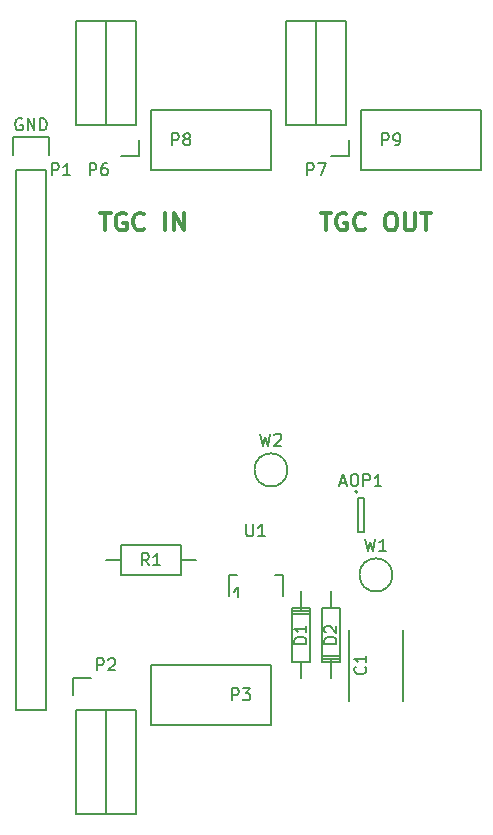
<source format=gto>
G04 #@! TF.FileFunction,Legend,Top*
%FSLAX46Y46*%
G04 Gerber Fmt 4.6, Leading zero omitted, Abs format (unit mm)*
G04 Created by KiCad (PCBNEW 4.0.4+e1-6308~48~ubuntu16.04.1-stable) date Fri Nov  4 19:53:40 2016*
%MOMM*%
%LPD*%
G01*
G04 APERTURE LIST*
%ADD10C,0.100000*%
%ADD11C,0.300000*%
%ADD12C,0.150000*%
G04 APERTURE END LIST*
D10*
D11*
X98227143Y-83633571D02*
X99084286Y-83633571D01*
X98655715Y-85133571D02*
X98655715Y-83633571D01*
X100370000Y-83705000D02*
X100227143Y-83633571D01*
X100012857Y-83633571D01*
X99798572Y-83705000D01*
X99655714Y-83847857D01*
X99584286Y-83990714D01*
X99512857Y-84276429D01*
X99512857Y-84490714D01*
X99584286Y-84776429D01*
X99655714Y-84919286D01*
X99798572Y-85062143D01*
X100012857Y-85133571D01*
X100155714Y-85133571D01*
X100370000Y-85062143D01*
X100441429Y-84990714D01*
X100441429Y-84490714D01*
X100155714Y-84490714D01*
X101941429Y-84990714D02*
X101870000Y-85062143D01*
X101655714Y-85133571D01*
X101512857Y-85133571D01*
X101298572Y-85062143D01*
X101155714Y-84919286D01*
X101084286Y-84776429D01*
X101012857Y-84490714D01*
X101012857Y-84276429D01*
X101084286Y-83990714D01*
X101155714Y-83847857D01*
X101298572Y-83705000D01*
X101512857Y-83633571D01*
X101655714Y-83633571D01*
X101870000Y-83705000D01*
X101941429Y-83776429D01*
X104012857Y-83633571D02*
X104298571Y-83633571D01*
X104441429Y-83705000D01*
X104584286Y-83847857D01*
X104655714Y-84133571D01*
X104655714Y-84633571D01*
X104584286Y-84919286D01*
X104441429Y-85062143D01*
X104298571Y-85133571D01*
X104012857Y-85133571D01*
X103870000Y-85062143D01*
X103727143Y-84919286D01*
X103655714Y-84633571D01*
X103655714Y-84133571D01*
X103727143Y-83847857D01*
X103870000Y-83705000D01*
X104012857Y-83633571D01*
X105298572Y-83633571D02*
X105298572Y-84847857D01*
X105370000Y-84990714D01*
X105441429Y-85062143D01*
X105584286Y-85133571D01*
X105870000Y-85133571D01*
X106012858Y-85062143D01*
X106084286Y-84990714D01*
X106155715Y-84847857D01*
X106155715Y-83633571D01*
X106655715Y-83633571D02*
X107512858Y-83633571D01*
X107084287Y-85133571D02*
X107084287Y-83633571D01*
X79542143Y-83633571D02*
X80399286Y-83633571D01*
X79970715Y-85133571D02*
X79970715Y-83633571D01*
X81685000Y-83705000D02*
X81542143Y-83633571D01*
X81327857Y-83633571D01*
X81113572Y-83705000D01*
X80970714Y-83847857D01*
X80899286Y-83990714D01*
X80827857Y-84276429D01*
X80827857Y-84490714D01*
X80899286Y-84776429D01*
X80970714Y-84919286D01*
X81113572Y-85062143D01*
X81327857Y-85133571D01*
X81470714Y-85133571D01*
X81685000Y-85062143D01*
X81756429Y-84990714D01*
X81756429Y-84490714D01*
X81470714Y-84490714D01*
X83256429Y-84990714D02*
X83185000Y-85062143D01*
X82970714Y-85133571D01*
X82827857Y-85133571D01*
X82613572Y-85062143D01*
X82470714Y-84919286D01*
X82399286Y-84776429D01*
X82327857Y-84490714D01*
X82327857Y-84276429D01*
X82399286Y-83990714D01*
X82470714Y-83847857D01*
X82613572Y-83705000D01*
X82827857Y-83633571D01*
X82970714Y-83633571D01*
X83185000Y-83705000D01*
X83256429Y-83776429D01*
X85042143Y-85133571D02*
X85042143Y-83633571D01*
X85756429Y-85133571D02*
X85756429Y-83633571D01*
X86613572Y-85133571D01*
X86613572Y-83633571D01*
D12*
X101300000Y-107270000D02*
G75*
G03X101300000Y-107270000I-100000J0D01*
G01*
X101850000Y-107770000D02*
X101350000Y-107770000D01*
X101850000Y-110670000D02*
X101850000Y-107770000D01*
X101350000Y-110670000D02*
X101850000Y-110670000D01*
X101350000Y-107770000D02*
X101350000Y-110670000D01*
X100620000Y-124960000D02*
X100620000Y-118960000D01*
X105120000Y-118960000D02*
X105120000Y-124960000D01*
X82550000Y-134560000D02*
X82550000Y-125730000D01*
X80010000Y-134560000D02*
X82550000Y-134560000D01*
X80010000Y-125730000D02*
X80010000Y-134560000D01*
X80010000Y-125730000D02*
X82550000Y-125730000D01*
X77470000Y-125730000D02*
X80010000Y-125730000D01*
X78740000Y-123060000D02*
X77190000Y-123060000D01*
X77190000Y-123060000D02*
X77190000Y-124460000D01*
X77470000Y-125730000D02*
X77470000Y-134560000D01*
X77470000Y-134560000D02*
X80010000Y-134560000D01*
X80010000Y-134560000D02*
X80010000Y-125730000D01*
X77470000Y-67370000D02*
X77470000Y-76200000D01*
X80010000Y-67370000D02*
X77470000Y-67370000D01*
X80010000Y-76200000D02*
X80010000Y-67370000D01*
X80010000Y-76200000D02*
X77470000Y-76200000D01*
X82550000Y-76200000D02*
X80010000Y-76200000D01*
X81280000Y-78870000D02*
X82830000Y-78870000D01*
X82830000Y-78870000D02*
X82830000Y-77470000D01*
X82550000Y-76200000D02*
X82550000Y-67370000D01*
X82550000Y-67370000D02*
X80010000Y-67370000D01*
X80010000Y-67370000D02*
X80010000Y-76200000D01*
X95250000Y-67370000D02*
X95250000Y-76200000D01*
X97790000Y-67370000D02*
X95250000Y-67370000D01*
X97790000Y-76200000D02*
X97790000Y-67370000D01*
X97790000Y-76200000D02*
X95250000Y-76200000D01*
X100330000Y-76200000D02*
X97790000Y-76200000D01*
X99060000Y-78870000D02*
X100610000Y-78870000D01*
X100610000Y-78870000D02*
X100610000Y-77470000D01*
X100330000Y-76200000D02*
X100330000Y-67370000D01*
X100330000Y-67370000D02*
X97790000Y-67370000D01*
X97790000Y-67370000D02*
X97790000Y-76200000D01*
X90810080Y-115770660D02*
X91059000Y-115470940D01*
X91059000Y-115470940D02*
X91160600Y-115321080D01*
X91160600Y-115321080D02*
X91160600Y-116169440D01*
X90459560Y-114269520D02*
X90459560Y-116070380D01*
X90459560Y-114269520D02*
X91109800Y-114269520D01*
X94960440Y-114269520D02*
X94960440Y-116070380D01*
X94960440Y-114269520D02*
X94310200Y-114269520D01*
X104270000Y-114300000D02*
G75*
G03X104270000Y-114300000I-1400000J0D01*
G01*
X95380000Y-105410000D02*
G75*
G03X95380000Y-105410000I-1400000J0D01*
G01*
X111760000Y-80010000D02*
X101600000Y-80010000D01*
X101600000Y-80010000D02*
X101600000Y-74930000D01*
X101600000Y-74930000D02*
X111760000Y-74930000D01*
X111760000Y-74930000D02*
X111760000Y-80010000D01*
X93980000Y-80010000D02*
X83820000Y-80010000D01*
X83820000Y-80010000D02*
X83820000Y-74930000D01*
X83820000Y-74930000D02*
X93980000Y-74930000D01*
X93980000Y-74930000D02*
X93980000Y-80010000D01*
X83820000Y-121920000D02*
X93980000Y-121920000D01*
X93980000Y-121920000D02*
X93980000Y-127000000D01*
X93980000Y-127000000D02*
X83820000Y-127000000D01*
X83820000Y-127000000D02*
X83820000Y-121920000D01*
X72390000Y-80010000D02*
X72390000Y-125730000D01*
X72390000Y-125730000D02*
X74930000Y-125730000D01*
X74930000Y-125730000D02*
X74930000Y-80010000D01*
X72110000Y-77190000D02*
X72110000Y-78740000D01*
X72390000Y-80010000D02*
X74930000Y-80010000D01*
X75210000Y-78740000D02*
X75210000Y-77190000D01*
X75210000Y-77190000D02*
X72110000Y-77190000D01*
X81280000Y-111760000D02*
X86360000Y-111760000D01*
X86360000Y-111760000D02*
X86360000Y-114300000D01*
X86360000Y-114300000D02*
X81280000Y-114300000D01*
X81280000Y-114300000D02*
X81280000Y-111760000D01*
X81280000Y-113030000D02*
X80010000Y-113030000D01*
X86360000Y-113030000D02*
X87630000Y-113030000D01*
X99057460Y-117093480D02*
X99057460Y-115696480D01*
X99057460Y-121538480D02*
X99057460Y-123062480D01*
X98295460Y-121157480D02*
X99819460Y-121157480D01*
X98295460Y-121411480D02*
X99819460Y-121411480D01*
X99057460Y-121665480D02*
X99819460Y-121665480D01*
X99819460Y-121665480D02*
X99819460Y-117093480D01*
X99819460Y-117093480D02*
X98295460Y-117093480D01*
X98295460Y-117093480D02*
X98295460Y-121665480D01*
X98295460Y-121665480D02*
X99057460Y-121665480D01*
X96522540Y-121666520D02*
X96522540Y-123063520D01*
X96522540Y-117221520D02*
X96522540Y-115697520D01*
X97284540Y-117602520D02*
X95760540Y-117602520D01*
X97284540Y-117348520D02*
X95760540Y-117348520D01*
X96522540Y-117094520D02*
X95760540Y-117094520D01*
X95760540Y-117094520D02*
X95760540Y-121666520D01*
X95760540Y-121666520D02*
X97284540Y-121666520D01*
X97284540Y-121666520D02*
X97284540Y-117094520D01*
X97284540Y-117094520D02*
X96522540Y-117094520D01*
X99861905Y-106486667D02*
X100338096Y-106486667D01*
X99766667Y-106772381D02*
X100100000Y-105772381D01*
X100433334Y-106772381D01*
X100957143Y-105772381D02*
X101147620Y-105772381D01*
X101242858Y-105820000D01*
X101338096Y-105915238D01*
X101385715Y-106105714D01*
X101385715Y-106439048D01*
X101338096Y-106629524D01*
X101242858Y-106724762D01*
X101147620Y-106772381D01*
X100957143Y-106772381D01*
X100861905Y-106724762D01*
X100766667Y-106629524D01*
X100719048Y-106439048D01*
X100719048Y-106105714D01*
X100766667Y-105915238D01*
X100861905Y-105820000D01*
X100957143Y-105772381D01*
X101814286Y-106772381D02*
X101814286Y-105772381D01*
X102195239Y-105772381D01*
X102290477Y-105820000D01*
X102338096Y-105867619D01*
X102385715Y-105962857D01*
X102385715Y-106105714D01*
X102338096Y-106200952D01*
X102290477Y-106248571D01*
X102195239Y-106296190D01*
X101814286Y-106296190D01*
X103338096Y-106772381D02*
X102766667Y-106772381D01*
X103052381Y-106772381D02*
X103052381Y-105772381D01*
X102957143Y-105915238D01*
X102861905Y-106010476D01*
X102766667Y-106058095D01*
X101957143Y-122086666D02*
X102004762Y-122134285D01*
X102052381Y-122277142D01*
X102052381Y-122372380D01*
X102004762Y-122515238D01*
X101909524Y-122610476D01*
X101814286Y-122658095D01*
X101623810Y-122705714D01*
X101480952Y-122705714D01*
X101290476Y-122658095D01*
X101195238Y-122610476D01*
X101100000Y-122515238D01*
X101052381Y-122372380D01*
X101052381Y-122277142D01*
X101100000Y-122134285D01*
X101147619Y-122086666D01*
X102052381Y-121134285D02*
X102052381Y-121705714D01*
X102052381Y-121420000D02*
X101052381Y-121420000D01*
X101195238Y-121515238D01*
X101290476Y-121610476D01*
X101338095Y-121705714D01*
X79271905Y-122372381D02*
X79271905Y-121372381D01*
X79652858Y-121372381D01*
X79748096Y-121420000D01*
X79795715Y-121467619D01*
X79843334Y-121562857D01*
X79843334Y-121705714D01*
X79795715Y-121800952D01*
X79748096Y-121848571D01*
X79652858Y-121896190D01*
X79271905Y-121896190D01*
X80224286Y-121467619D02*
X80271905Y-121420000D01*
X80367143Y-121372381D01*
X80605239Y-121372381D01*
X80700477Y-121420000D01*
X80748096Y-121467619D01*
X80795715Y-121562857D01*
X80795715Y-121658095D01*
X80748096Y-121800952D01*
X80176667Y-122372381D01*
X80795715Y-122372381D01*
X78636905Y-80462381D02*
X78636905Y-79462381D01*
X79017858Y-79462381D01*
X79113096Y-79510000D01*
X79160715Y-79557619D01*
X79208334Y-79652857D01*
X79208334Y-79795714D01*
X79160715Y-79890952D01*
X79113096Y-79938571D01*
X79017858Y-79986190D01*
X78636905Y-79986190D01*
X80065477Y-79462381D02*
X79875000Y-79462381D01*
X79779762Y-79510000D01*
X79732143Y-79557619D01*
X79636905Y-79700476D01*
X79589286Y-79890952D01*
X79589286Y-80271905D01*
X79636905Y-80367143D01*
X79684524Y-80414762D01*
X79779762Y-80462381D01*
X79970239Y-80462381D01*
X80065477Y-80414762D01*
X80113096Y-80367143D01*
X80160715Y-80271905D01*
X80160715Y-80033810D01*
X80113096Y-79938571D01*
X80065477Y-79890952D01*
X79970239Y-79843333D01*
X79779762Y-79843333D01*
X79684524Y-79890952D01*
X79636905Y-79938571D01*
X79589286Y-80033810D01*
X97051905Y-80462381D02*
X97051905Y-79462381D01*
X97432858Y-79462381D01*
X97528096Y-79510000D01*
X97575715Y-79557619D01*
X97623334Y-79652857D01*
X97623334Y-79795714D01*
X97575715Y-79890952D01*
X97528096Y-79938571D01*
X97432858Y-79986190D01*
X97051905Y-79986190D01*
X97956667Y-79462381D02*
X98623334Y-79462381D01*
X98194762Y-80462381D01*
X91897295Y-110021121D02*
X91897295Y-110830645D01*
X91944914Y-110925883D01*
X91992533Y-110973502D01*
X92087771Y-111021121D01*
X92278248Y-111021121D01*
X92373486Y-110973502D01*
X92421105Y-110925883D01*
X92468724Y-110830645D01*
X92468724Y-110021121D01*
X93468724Y-111021121D02*
X92897295Y-111021121D01*
X93183009Y-111021121D02*
X93183009Y-110021121D01*
X93087771Y-110163978D01*
X92992533Y-110259216D01*
X92897295Y-110306835D01*
X101965238Y-111252381D02*
X102203333Y-112252381D01*
X102393810Y-111538095D01*
X102584286Y-112252381D01*
X102822381Y-111252381D01*
X103727143Y-112252381D02*
X103155714Y-112252381D01*
X103441428Y-112252381D02*
X103441428Y-111252381D01*
X103346190Y-111395238D01*
X103250952Y-111490476D01*
X103155714Y-111538095D01*
X93075238Y-102362381D02*
X93313333Y-103362381D01*
X93503810Y-102648095D01*
X93694286Y-103362381D01*
X93932381Y-102362381D01*
X94265714Y-102457619D02*
X94313333Y-102410000D01*
X94408571Y-102362381D01*
X94646667Y-102362381D01*
X94741905Y-102410000D01*
X94789524Y-102457619D01*
X94837143Y-102552857D01*
X94837143Y-102648095D01*
X94789524Y-102790952D01*
X94218095Y-103362381D01*
X94837143Y-103362381D01*
X103401905Y-77922381D02*
X103401905Y-76922381D01*
X103782858Y-76922381D01*
X103878096Y-76970000D01*
X103925715Y-77017619D01*
X103973334Y-77112857D01*
X103973334Y-77255714D01*
X103925715Y-77350952D01*
X103878096Y-77398571D01*
X103782858Y-77446190D01*
X103401905Y-77446190D01*
X104449524Y-77922381D02*
X104640000Y-77922381D01*
X104735239Y-77874762D01*
X104782858Y-77827143D01*
X104878096Y-77684286D01*
X104925715Y-77493810D01*
X104925715Y-77112857D01*
X104878096Y-77017619D01*
X104830477Y-76970000D01*
X104735239Y-76922381D01*
X104544762Y-76922381D01*
X104449524Y-76970000D01*
X104401905Y-77017619D01*
X104354286Y-77112857D01*
X104354286Y-77350952D01*
X104401905Y-77446190D01*
X104449524Y-77493810D01*
X104544762Y-77541429D01*
X104735239Y-77541429D01*
X104830477Y-77493810D01*
X104878096Y-77446190D01*
X104925715Y-77350952D01*
X85621905Y-77922381D02*
X85621905Y-76922381D01*
X86002858Y-76922381D01*
X86098096Y-76970000D01*
X86145715Y-77017619D01*
X86193334Y-77112857D01*
X86193334Y-77255714D01*
X86145715Y-77350952D01*
X86098096Y-77398571D01*
X86002858Y-77446190D01*
X85621905Y-77446190D01*
X86764762Y-77350952D02*
X86669524Y-77303333D01*
X86621905Y-77255714D01*
X86574286Y-77160476D01*
X86574286Y-77112857D01*
X86621905Y-77017619D01*
X86669524Y-76970000D01*
X86764762Y-76922381D01*
X86955239Y-76922381D01*
X87050477Y-76970000D01*
X87098096Y-77017619D01*
X87145715Y-77112857D01*
X87145715Y-77160476D01*
X87098096Y-77255714D01*
X87050477Y-77303333D01*
X86955239Y-77350952D01*
X86764762Y-77350952D01*
X86669524Y-77398571D01*
X86621905Y-77446190D01*
X86574286Y-77541429D01*
X86574286Y-77731905D01*
X86621905Y-77827143D01*
X86669524Y-77874762D01*
X86764762Y-77922381D01*
X86955239Y-77922381D01*
X87050477Y-77874762D01*
X87098096Y-77827143D01*
X87145715Y-77731905D01*
X87145715Y-77541429D01*
X87098096Y-77446190D01*
X87050477Y-77398571D01*
X86955239Y-77350952D01*
X90701905Y-124912381D02*
X90701905Y-123912381D01*
X91082858Y-123912381D01*
X91178096Y-123960000D01*
X91225715Y-124007619D01*
X91273334Y-124102857D01*
X91273334Y-124245714D01*
X91225715Y-124340952D01*
X91178096Y-124388571D01*
X91082858Y-124436190D01*
X90701905Y-124436190D01*
X91606667Y-123912381D02*
X92225715Y-123912381D01*
X91892381Y-124293333D01*
X92035239Y-124293333D01*
X92130477Y-124340952D01*
X92178096Y-124388571D01*
X92225715Y-124483810D01*
X92225715Y-124721905D01*
X92178096Y-124817143D01*
X92130477Y-124864762D01*
X92035239Y-124912381D01*
X91749524Y-124912381D01*
X91654286Y-124864762D01*
X91606667Y-124817143D01*
X75461905Y-80462381D02*
X75461905Y-79462381D01*
X75842858Y-79462381D01*
X75938096Y-79510000D01*
X75985715Y-79557619D01*
X76033334Y-79652857D01*
X76033334Y-79795714D01*
X75985715Y-79890952D01*
X75938096Y-79938571D01*
X75842858Y-79986190D01*
X75461905Y-79986190D01*
X76985715Y-80462381D02*
X76414286Y-80462381D01*
X76700000Y-80462381D02*
X76700000Y-79462381D01*
X76604762Y-79605238D01*
X76509524Y-79700476D01*
X76414286Y-79748095D01*
X72898096Y-75700000D02*
X72802858Y-75652381D01*
X72660001Y-75652381D01*
X72517143Y-75700000D01*
X72421905Y-75795238D01*
X72374286Y-75890476D01*
X72326667Y-76080952D01*
X72326667Y-76223810D01*
X72374286Y-76414286D01*
X72421905Y-76509524D01*
X72517143Y-76604762D01*
X72660001Y-76652381D01*
X72755239Y-76652381D01*
X72898096Y-76604762D01*
X72945715Y-76557143D01*
X72945715Y-76223810D01*
X72755239Y-76223810D01*
X73374286Y-76652381D02*
X73374286Y-75652381D01*
X73945715Y-76652381D01*
X73945715Y-75652381D01*
X74421905Y-76652381D02*
X74421905Y-75652381D01*
X74660000Y-75652381D01*
X74802858Y-75700000D01*
X74898096Y-75795238D01*
X74945715Y-75890476D01*
X74993334Y-76080952D01*
X74993334Y-76223810D01*
X74945715Y-76414286D01*
X74898096Y-76509524D01*
X74802858Y-76604762D01*
X74660000Y-76652381D01*
X74421905Y-76652381D01*
X83653334Y-113482381D02*
X83320000Y-113006190D01*
X83081905Y-113482381D02*
X83081905Y-112482381D01*
X83462858Y-112482381D01*
X83558096Y-112530000D01*
X83605715Y-112577619D01*
X83653334Y-112672857D01*
X83653334Y-112815714D01*
X83605715Y-112910952D01*
X83558096Y-112958571D01*
X83462858Y-113006190D01*
X83081905Y-113006190D01*
X84605715Y-113482381D02*
X84034286Y-113482381D01*
X84320000Y-113482381D02*
X84320000Y-112482381D01*
X84224762Y-112625238D01*
X84129524Y-112720476D01*
X84034286Y-112768095D01*
X99512381Y-120118095D02*
X98512381Y-120118095D01*
X98512381Y-119880000D01*
X98560000Y-119737142D01*
X98655238Y-119641904D01*
X98750476Y-119594285D01*
X98940952Y-119546666D01*
X99083810Y-119546666D01*
X99274286Y-119594285D01*
X99369524Y-119641904D01*
X99464762Y-119737142D01*
X99512381Y-119880000D01*
X99512381Y-120118095D01*
X98607619Y-119165714D02*
X98560000Y-119118095D01*
X98512381Y-119022857D01*
X98512381Y-118784761D01*
X98560000Y-118689523D01*
X98607619Y-118641904D01*
X98702857Y-118594285D01*
X98798095Y-118594285D01*
X98940952Y-118641904D01*
X99512381Y-119213333D01*
X99512381Y-118594285D01*
X96972381Y-120118095D02*
X95972381Y-120118095D01*
X95972381Y-119880000D01*
X96020000Y-119737142D01*
X96115238Y-119641904D01*
X96210476Y-119594285D01*
X96400952Y-119546666D01*
X96543810Y-119546666D01*
X96734286Y-119594285D01*
X96829524Y-119641904D01*
X96924762Y-119737142D01*
X96972381Y-119880000D01*
X96972381Y-120118095D01*
X96972381Y-118594285D02*
X96972381Y-119165714D01*
X96972381Y-118880000D02*
X95972381Y-118880000D01*
X96115238Y-118975238D01*
X96210476Y-119070476D01*
X96258095Y-119165714D01*
M02*

</source>
